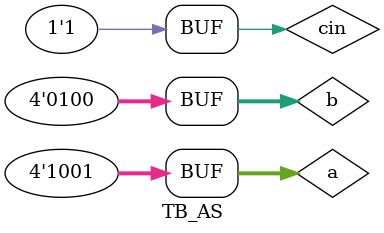
<source format=v>
module Adder_Subtractor(a,bin,cin,s,cout);
input [3:0]a,bin;
input cin;
output [3:0]s;
output cout;
wire [3:0] w,b;
xor(b[0],cin,bin[0]);
xor(b[1],cin,bin[1]);
xor(b[2],cin,bin[2]);
xor(b[3],cin,bin[3]);

full_adder FA1(a[0],b[0],cin,s[0],w[0]);
full_adder FA2(a[1],b[1],w[0],s[1],w[1]);
full_adder FA3(a[2],b[2],w[1],s[2],w[2]);
full_adder FA4(a[3],b[3],w[2],s[3],cout);
endmodule

module TB_AS();
reg [3:0]a,b;
reg cin;
wire [3:0]s;
wire cout;
Adder_Subtractor AS1(a,b,cin,s,cout);
initial begin
#0 a=4'd2;b=4'd9;cin=1'b0;
#100 a=4'd8;b=4'd9;
#100 a=4'd15;b=4'd15;
#100 a=4'd15;b=4'd15;cin=1'b1;
#100 a=4'd10;b=4'd1;
#100 a=4'd9;b=4'd4;
end 
endmodule

</source>
